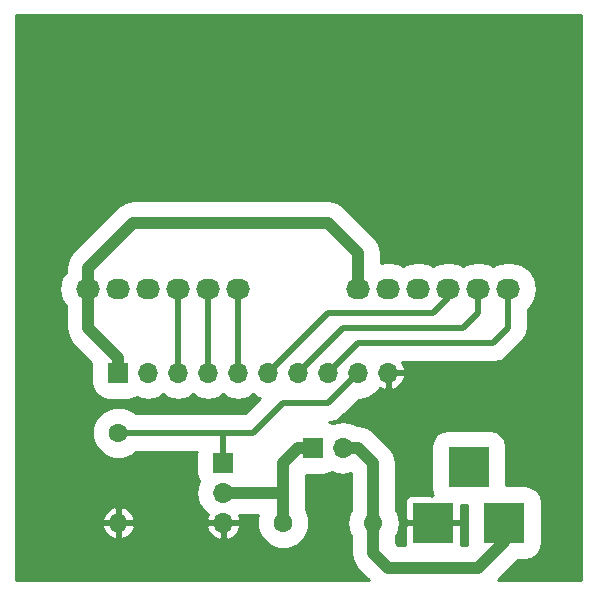
<source format=gbr>
G04 #@! TF.FileFunction,Copper,L2,Bot,Signal*
%FSLAX46Y46*%
G04 Gerber Fmt 4.6, Leading zero omitted, Abs format (unit mm)*
G04 Created by KiCad (PCBNEW 4.0.4-stable) date Tuesday, March 28, 2017 'PMt' 04:45:14 PM*
%MOMM*%
%LPD*%
G01*
G04 APERTURE LIST*
%ADD10C,0.100000*%
%ADD11C,1.600000*%
%ADD12O,1.600000X1.600000*%
%ADD13R,1.700000X1.700000*%
%ADD14O,1.700000X1.700000*%
%ADD15O,2.032000X1.727200*%
%ADD16R,3.500000X3.500000*%
%ADD17C,1.016000*%
%ADD18C,0.508000*%
%ADD19C,0.254000*%
G04 APERTURE END LIST*
D10*
D11*
X177800000Y-114300000D03*
D12*
X185420000Y-114300000D03*
D11*
X163830000Y-106680000D03*
D12*
X163830000Y-114300000D03*
D13*
X180340000Y-107950000D03*
D14*
X182880000Y-107950000D03*
D15*
X173990000Y-94488000D03*
X171450000Y-94488000D03*
X168910000Y-94488000D03*
X166370000Y-94488000D03*
X163830000Y-94488000D03*
X161290000Y-94488000D03*
X196850000Y-94488000D03*
X194310000Y-94488000D03*
X191770000Y-94488000D03*
X189230000Y-94488000D03*
X186690000Y-94488000D03*
X184150000Y-94488000D03*
D16*
X190500000Y-114300000D03*
X196500000Y-114300000D03*
X193500000Y-109600000D03*
D13*
X163830000Y-101600000D03*
D14*
X166370000Y-101600000D03*
X168910000Y-101600000D03*
X171450000Y-101600000D03*
X173990000Y-101600000D03*
X176530000Y-101600000D03*
X179070000Y-101600000D03*
X181610000Y-101600000D03*
X184150000Y-101600000D03*
X186690000Y-101600000D03*
D13*
X172720000Y-109220000D03*
D14*
X172720000Y-111760000D03*
X172720000Y-114300000D03*
D17*
X172720000Y-111760000D02*
X177800000Y-111760000D01*
X180340000Y-107950000D02*
X179070000Y-107950000D01*
X179070000Y-107950000D02*
X177800000Y-109220000D01*
X177800000Y-109220000D02*
X177800000Y-111760000D01*
X177800000Y-111760000D02*
X177800000Y-114300000D01*
X161290000Y-94488000D02*
X161290000Y-92710000D01*
X184150000Y-91440000D02*
X184150000Y-94488000D01*
X181610000Y-88900000D02*
X184150000Y-91440000D01*
X165100000Y-88900000D02*
X181610000Y-88900000D01*
X161290000Y-92710000D02*
X165100000Y-88900000D01*
X163830000Y-101600000D02*
X163830000Y-100330000D01*
X161290000Y-97790000D02*
X161290000Y-94488000D01*
X163830000Y-100330000D02*
X161290000Y-97790000D01*
D18*
X196850000Y-94488000D02*
X196850000Y-97790000D01*
X184150000Y-99060000D02*
X181610000Y-101600000D01*
X195580000Y-99060000D02*
X184150000Y-99060000D01*
X196850000Y-97790000D02*
X195580000Y-99060000D01*
X194310000Y-94488000D02*
X194310000Y-96520000D01*
X182880000Y-97790000D02*
X179070000Y-101600000D01*
X193040000Y-97790000D02*
X182880000Y-97790000D01*
X194310000Y-96520000D02*
X193040000Y-97790000D01*
X191770000Y-94488000D02*
X191770000Y-95250000D01*
X191770000Y-95250000D02*
X190500000Y-96520000D01*
X190500000Y-96520000D02*
X181610000Y-96520000D01*
X181610000Y-96520000D02*
X176530000Y-101600000D01*
X173990000Y-94488000D02*
X173990000Y-101600000D01*
X171450000Y-94488000D02*
X171450000Y-101600000D01*
X168910000Y-94488000D02*
X168910000Y-101600000D01*
D17*
X185420000Y-114300000D02*
X185420000Y-109220000D01*
X185420000Y-109220000D02*
X184150000Y-107950000D01*
X184150000Y-107950000D02*
X182880000Y-107950000D01*
D18*
X196500000Y-114300000D02*
X196500000Y-115920000D01*
D17*
X196500000Y-115920000D02*
X194310000Y-118110000D01*
X185420000Y-116840000D02*
X185420000Y-114300000D01*
X186690000Y-118110000D02*
X185420000Y-116840000D01*
X194310000Y-118110000D02*
X186690000Y-118110000D01*
D18*
X172720000Y-106680000D02*
X172720000Y-109220000D01*
X163830000Y-106680000D02*
X172720000Y-106680000D01*
X172720000Y-106680000D02*
X175260000Y-106680000D01*
X181610000Y-104140000D02*
X184150000Y-101600000D01*
X177800000Y-104140000D02*
X181610000Y-104140000D01*
X175260000Y-106680000D02*
X177800000Y-104140000D01*
X184150000Y-101600000D02*
X184150000Y-101600000D01*
D19*
G36*
X202998000Y-119178000D02*
X195936076Y-119178000D01*
X197639709Y-117474368D01*
X198250000Y-117474368D01*
X198767697Y-117376957D01*
X199243170Y-117070998D01*
X199562148Y-116604159D01*
X199674368Y-116050000D01*
X199674368Y-112550000D01*
X199576957Y-112032303D01*
X199270998Y-111556830D01*
X198804159Y-111237852D01*
X198250000Y-111125632D01*
X196674368Y-111125632D01*
X196674368Y-107850000D01*
X196576957Y-107332303D01*
X196270998Y-106856830D01*
X195804159Y-106537852D01*
X195250000Y-106425632D01*
X191750000Y-106425632D01*
X191232303Y-106523043D01*
X190756830Y-106829002D01*
X190437852Y-107295841D01*
X190325632Y-107850000D01*
X190325632Y-111350000D01*
X190423043Y-111867697D01*
X190453482Y-111915000D01*
X190372998Y-111915000D01*
X190372998Y-112073748D01*
X190214250Y-111915000D01*
X188623691Y-111915000D01*
X188390302Y-112011673D01*
X188211673Y-112190301D01*
X188115000Y-112423690D01*
X188115000Y-114014250D01*
X188273750Y-114173000D01*
X190373000Y-114173000D01*
X190373000Y-114153000D01*
X190627000Y-114153000D01*
X190627000Y-114173000D01*
X192726250Y-114173000D01*
X192885000Y-114014250D01*
X192885000Y-112774368D01*
X193325632Y-112774368D01*
X193325632Y-116050000D01*
X193354797Y-116205000D01*
X192873116Y-116205000D01*
X192885000Y-116176310D01*
X192885000Y-114585750D01*
X192726250Y-114427000D01*
X190627000Y-114427000D01*
X190627000Y-114447000D01*
X190373000Y-114447000D01*
X190373000Y-114427000D01*
X188273750Y-114427000D01*
X188115000Y-114585750D01*
X188115000Y-116176310D01*
X188126884Y-116205000D01*
X187479077Y-116205000D01*
X187325000Y-116050924D01*
X187325000Y-115391894D01*
X187492805Y-115140756D01*
X187660042Y-114300000D01*
X187492805Y-113459244D01*
X187325000Y-113208106D01*
X187325000Y-109220000D01*
X187179991Y-108490988D01*
X186989117Y-108205325D01*
X186767038Y-107872961D01*
X185497038Y-106602962D01*
X184879012Y-106190009D01*
X184150000Y-106045000D01*
X184061627Y-106045000D01*
X183739890Y-105830022D01*
X182880000Y-105658979D01*
X182020110Y-105830022D01*
X181911797Y-105902394D01*
X181744159Y-105787852D01*
X181685522Y-105775978D01*
X182241811Y-105665325D01*
X182777433Y-105307433D01*
X184204733Y-103880134D01*
X185009890Y-103719978D01*
X185738869Y-103232890D01*
X185967853Y-102890191D01*
X186333110Y-103041476D01*
X186563000Y-102920155D01*
X186563000Y-101727000D01*
X186817000Y-101727000D01*
X186817000Y-102920155D01*
X187046890Y-103041476D01*
X187456924Y-102871645D01*
X187885183Y-102481358D01*
X188131486Y-101956892D01*
X188010819Y-101727000D01*
X186817000Y-101727000D01*
X186563000Y-101727000D01*
X186543000Y-101727000D01*
X186543000Y-101473000D01*
X186563000Y-101473000D01*
X186563000Y-101453000D01*
X186817000Y-101453000D01*
X186817000Y-101473000D01*
X188010819Y-101473000D01*
X188131486Y-101243108D01*
X187885183Y-100718642D01*
X187876797Y-100711000D01*
X195580000Y-100711000D01*
X196211811Y-100585325D01*
X196747433Y-100227433D01*
X198017433Y-98957433D01*
X198375325Y-98421811D01*
X198425214Y-98171000D01*
X198501000Y-97790000D01*
X198501000Y-96184814D01*
X198648159Y-96086486D01*
X199138195Y-95353094D01*
X199310273Y-94488000D01*
X199138195Y-93622906D01*
X198648159Y-92889514D01*
X197914767Y-92399478D01*
X197049673Y-92227400D01*
X196650327Y-92227400D01*
X195785233Y-92399478D01*
X195580000Y-92536610D01*
X195374767Y-92399478D01*
X194509673Y-92227400D01*
X194110327Y-92227400D01*
X193245233Y-92399478D01*
X193040000Y-92536610D01*
X192834767Y-92399478D01*
X191969673Y-92227400D01*
X191570327Y-92227400D01*
X190705233Y-92399478D01*
X190500000Y-92536610D01*
X190294767Y-92399478D01*
X189429673Y-92227400D01*
X189030327Y-92227400D01*
X188165233Y-92399478D01*
X187960000Y-92536610D01*
X187754767Y-92399478D01*
X186889673Y-92227400D01*
X186490327Y-92227400D01*
X186055000Y-92313992D01*
X186055000Y-91440000D01*
X185909991Y-90710988D01*
X185909991Y-90710987D01*
X185497038Y-90092961D01*
X182957038Y-87552962D01*
X182339012Y-87140009D01*
X181610000Y-86995000D01*
X165100000Y-86995000D01*
X164370988Y-87140009D01*
X163752962Y-87552961D01*
X159942962Y-91362962D01*
X159530009Y-91980988D01*
X159385000Y-92710000D01*
X159385000Y-93049413D01*
X159001805Y-93622906D01*
X158829727Y-94488000D01*
X159001805Y-95353094D01*
X159385000Y-95926587D01*
X159385000Y-97790000D01*
X159530009Y-98519012D01*
X159942962Y-99137038D01*
X161555681Y-100749758D01*
X161555632Y-100750000D01*
X161555632Y-102450000D01*
X161653043Y-102967697D01*
X161959002Y-103443170D01*
X162425841Y-103762148D01*
X162980000Y-103874368D01*
X164680000Y-103874368D01*
X165197697Y-103776957D01*
X165400285Y-103646595D01*
X165510110Y-103719978D01*
X166370000Y-103891021D01*
X167229890Y-103719978D01*
X167640000Y-103445951D01*
X168050110Y-103719978D01*
X168910000Y-103891021D01*
X169769890Y-103719978D01*
X170180000Y-103445951D01*
X170590110Y-103719978D01*
X171450000Y-103891021D01*
X172309890Y-103719978D01*
X172720000Y-103445951D01*
X173130110Y-103719978D01*
X173990000Y-103891021D01*
X174849890Y-103719978D01*
X175260000Y-103445951D01*
X175670110Y-103719978D01*
X175849477Y-103755656D01*
X174576134Y-105029000D01*
X165286199Y-105029000D01*
X165076126Y-104818560D01*
X164268928Y-104483382D01*
X163394907Y-104482619D01*
X162587125Y-104816388D01*
X161968560Y-105433874D01*
X161633382Y-106241072D01*
X161632619Y-107115093D01*
X161966388Y-107922875D01*
X162583874Y-108541440D01*
X163391072Y-108876618D01*
X164265093Y-108877381D01*
X165072875Y-108543612D01*
X165285859Y-108331000D01*
X170453530Y-108331000D01*
X170445632Y-108370000D01*
X170445632Y-110070000D01*
X170543043Y-110587697D01*
X170673405Y-110790285D01*
X170600022Y-110900110D01*
X170428979Y-111760000D01*
X170600022Y-112619890D01*
X171087110Y-113348869D01*
X171429809Y-113577853D01*
X171278524Y-113943110D01*
X171399845Y-114173000D01*
X172593000Y-114173000D01*
X172593000Y-114153000D01*
X172847000Y-114153000D01*
X172847000Y-114173000D01*
X174040155Y-114173000D01*
X174161476Y-113943110D01*
X174046286Y-113665000D01*
X175684798Y-113665000D01*
X175603382Y-113861072D01*
X175602619Y-114735093D01*
X175936388Y-115542875D01*
X176553874Y-116161440D01*
X177361072Y-116496618D01*
X178235093Y-116497381D01*
X179042875Y-116163612D01*
X179661440Y-115546126D01*
X179996618Y-114738928D01*
X179997381Y-113864907D01*
X179705000Y-113157292D01*
X179705000Y-110224368D01*
X181190000Y-110224368D01*
X181707697Y-110126957D01*
X181910285Y-109996595D01*
X182020110Y-110069978D01*
X182880000Y-110241021D01*
X183515000Y-110114711D01*
X183515000Y-113208106D01*
X183347195Y-113459244D01*
X183179958Y-114300000D01*
X183347195Y-115140756D01*
X183515000Y-115391894D01*
X183515000Y-116840000D01*
X183621807Y-117376957D01*
X183660009Y-117569012D01*
X184072962Y-118187038D01*
X185063923Y-119178000D01*
X155142000Y-119178000D01*
X155142000Y-114649041D01*
X162438086Y-114649041D01*
X162677611Y-115155134D01*
X163092577Y-115531041D01*
X163480961Y-115691904D01*
X163703000Y-115569915D01*
X163703000Y-114427000D01*
X163957000Y-114427000D01*
X163957000Y-115569915D01*
X164179039Y-115691904D01*
X164567423Y-115531041D01*
X164982389Y-115155134D01*
X165218199Y-114656890D01*
X171278524Y-114656890D01*
X171448355Y-115066924D01*
X171838642Y-115495183D01*
X172363108Y-115741486D01*
X172593000Y-115620819D01*
X172593000Y-114427000D01*
X172847000Y-114427000D01*
X172847000Y-115620819D01*
X173076892Y-115741486D01*
X173601358Y-115495183D01*
X173991645Y-115066924D01*
X174161476Y-114656890D01*
X174040155Y-114427000D01*
X172847000Y-114427000D01*
X172593000Y-114427000D01*
X171399845Y-114427000D01*
X171278524Y-114656890D01*
X165218199Y-114656890D01*
X165221914Y-114649041D01*
X165100629Y-114427000D01*
X163957000Y-114427000D01*
X163703000Y-114427000D01*
X162559371Y-114427000D01*
X162438086Y-114649041D01*
X155142000Y-114649041D01*
X155142000Y-113950959D01*
X162438086Y-113950959D01*
X162559371Y-114173000D01*
X163703000Y-114173000D01*
X163703000Y-113030085D01*
X163957000Y-113030085D01*
X163957000Y-114173000D01*
X165100629Y-114173000D01*
X165221914Y-113950959D01*
X164982389Y-113444866D01*
X164567423Y-113068959D01*
X164179039Y-112908096D01*
X163957000Y-113030085D01*
X163703000Y-113030085D01*
X163480961Y-112908096D01*
X163092577Y-113068959D01*
X162677611Y-113444866D01*
X162438086Y-113950959D01*
X155142000Y-113950959D01*
X155142000Y-71322000D01*
X202998000Y-71322000D01*
X202998000Y-119178000D01*
X202998000Y-119178000D01*
G37*
X202998000Y-119178000D02*
X195936076Y-119178000D01*
X197639709Y-117474368D01*
X198250000Y-117474368D01*
X198767697Y-117376957D01*
X199243170Y-117070998D01*
X199562148Y-116604159D01*
X199674368Y-116050000D01*
X199674368Y-112550000D01*
X199576957Y-112032303D01*
X199270998Y-111556830D01*
X198804159Y-111237852D01*
X198250000Y-111125632D01*
X196674368Y-111125632D01*
X196674368Y-107850000D01*
X196576957Y-107332303D01*
X196270998Y-106856830D01*
X195804159Y-106537852D01*
X195250000Y-106425632D01*
X191750000Y-106425632D01*
X191232303Y-106523043D01*
X190756830Y-106829002D01*
X190437852Y-107295841D01*
X190325632Y-107850000D01*
X190325632Y-111350000D01*
X190423043Y-111867697D01*
X190453482Y-111915000D01*
X190372998Y-111915000D01*
X190372998Y-112073748D01*
X190214250Y-111915000D01*
X188623691Y-111915000D01*
X188390302Y-112011673D01*
X188211673Y-112190301D01*
X188115000Y-112423690D01*
X188115000Y-114014250D01*
X188273750Y-114173000D01*
X190373000Y-114173000D01*
X190373000Y-114153000D01*
X190627000Y-114153000D01*
X190627000Y-114173000D01*
X192726250Y-114173000D01*
X192885000Y-114014250D01*
X192885000Y-112774368D01*
X193325632Y-112774368D01*
X193325632Y-116050000D01*
X193354797Y-116205000D01*
X192873116Y-116205000D01*
X192885000Y-116176310D01*
X192885000Y-114585750D01*
X192726250Y-114427000D01*
X190627000Y-114427000D01*
X190627000Y-114447000D01*
X190373000Y-114447000D01*
X190373000Y-114427000D01*
X188273750Y-114427000D01*
X188115000Y-114585750D01*
X188115000Y-116176310D01*
X188126884Y-116205000D01*
X187479077Y-116205000D01*
X187325000Y-116050924D01*
X187325000Y-115391894D01*
X187492805Y-115140756D01*
X187660042Y-114300000D01*
X187492805Y-113459244D01*
X187325000Y-113208106D01*
X187325000Y-109220000D01*
X187179991Y-108490988D01*
X186989117Y-108205325D01*
X186767038Y-107872961D01*
X185497038Y-106602962D01*
X184879012Y-106190009D01*
X184150000Y-106045000D01*
X184061627Y-106045000D01*
X183739890Y-105830022D01*
X182880000Y-105658979D01*
X182020110Y-105830022D01*
X181911797Y-105902394D01*
X181744159Y-105787852D01*
X181685522Y-105775978D01*
X182241811Y-105665325D01*
X182777433Y-105307433D01*
X184204733Y-103880134D01*
X185009890Y-103719978D01*
X185738869Y-103232890D01*
X185967853Y-102890191D01*
X186333110Y-103041476D01*
X186563000Y-102920155D01*
X186563000Y-101727000D01*
X186817000Y-101727000D01*
X186817000Y-102920155D01*
X187046890Y-103041476D01*
X187456924Y-102871645D01*
X187885183Y-102481358D01*
X188131486Y-101956892D01*
X188010819Y-101727000D01*
X186817000Y-101727000D01*
X186563000Y-101727000D01*
X186543000Y-101727000D01*
X186543000Y-101473000D01*
X186563000Y-101473000D01*
X186563000Y-101453000D01*
X186817000Y-101453000D01*
X186817000Y-101473000D01*
X188010819Y-101473000D01*
X188131486Y-101243108D01*
X187885183Y-100718642D01*
X187876797Y-100711000D01*
X195580000Y-100711000D01*
X196211811Y-100585325D01*
X196747433Y-100227433D01*
X198017433Y-98957433D01*
X198375325Y-98421811D01*
X198425214Y-98171000D01*
X198501000Y-97790000D01*
X198501000Y-96184814D01*
X198648159Y-96086486D01*
X199138195Y-95353094D01*
X199310273Y-94488000D01*
X199138195Y-93622906D01*
X198648159Y-92889514D01*
X197914767Y-92399478D01*
X197049673Y-92227400D01*
X196650327Y-92227400D01*
X195785233Y-92399478D01*
X195580000Y-92536610D01*
X195374767Y-92399478D01*
X194509673Y-92227400D01*
X194110327Y-92227400D01*
X193245233Y-92399478D01*
X193040000Y-92536610D01*
X192834767Y-92399478D01*
X191969673Y-92227400D01*
X191570327Y-92227400D01*
X190705233Y-92399478D01*
X190500000Y-92536610D01*
X190294767Y-92399478D01*
X189429673Y-92227400D01*
X189030327Y-92227400D01*
X188165233Y-92399478D01*
X187960000Y-92536610D01*
X187754767Y-92399478D01*
X186889673Y-92227400D01*
X186490327Y-92227400D01*
X186055000Y-92313992D01*
X186055000Y-91440000D01*
X185909991Y-90710988D01*
X185909991Y-90710987D01*
X185497038Y-90092961D01*
X182957038Y-87552962D01*
X182339012Y-87140009D01*
X181610000Y-86995000D01*
X165100000Y-86995000D01*
X164370988Y-87140009D01*
X163752962Y-87552961D01*
X159942962Y-91362962D01*
X159530009Y-91980988D01*
X159385000Y-92710000D01*
X159385000Y-93049413D01*
X159001805Y-93622906D01*
X158829727Y-94488000D01*
X159001805Y-95353094D01*
X159385000Y-95926587D01*
X159385000Y-97790000D01*
X159530009Y-98519012D01*
X159942962Y-99137038D01*
X161555681Y-100749758D01*
X161555632Y-100750000D01*
X161555632Y-102450000D01*
X161653043Y-102967697D01*
X161959002Y-103443170D01*
X162425841Y-103762148D01*
X162980000Y-103874368D01*
X164680000Y-103874368D01*
X165197697Y-103776957D01*
X165400285Y-103646595D01*
X165510110Y-103719978D01*
X166370000Y-103891021D01*
X167229890Y-103719978D01*
X167640000Y-103445951D01*
X168050110Y-103719978D01*
X168910000Y-103891021D01*
X169769890Y-103719978D01*
X170180000Y-103445951D01*
X170590110Y-103719978D01*
X171450000Y-103891021D01*
X172309890Y-103719978D01*
X172720000Y-103445951D01*
X173130110Y-103719978D01*
X173990000Y-103891021D01*
X174849890Y-103719978D01*
X175260000Y-103445951D01*
X175670110Y-103719978D01*
X175849477Y-103755656D01*
X174576134Y-105029000D01*
X165286199Y-105029000D01*
X165076126Y-104818560D01*
X164268928Y-104483382D01*
X163394907Y-104482619D01*
X162587125Y-104816388D01*
X161968560Y-105433874D01*
X161633382Y-106241072D01*
X161632619Y-107115093D01*
X161966388Y-107922875D01*
X162583874Y-108541440D01*
X163391072Y-108876618D01*
X164265093Y-108877381D01*
X165072875Y-108543612D01*
X165285859Y-108331000D01*
X170453530Y-108331000D01*
X170445632Y-108370000D01*
X170445632Y-110070000D01*
X170543043Y-110587697D01*
X170673405Y-110790285D01*
X170600022Y-110900110D01*
X170428979Y-111760000D01*
X170600022Y-112619890D01*
X171087110Y-113348869D01*
X171429809Y-113577853D01*
X171278524Y-113943110D01*
X171399845Y-114173000D01*
X172593000Y-114173000D01*
X172593000Y-114153000D01*
X172847000Y-114153000D01*
X172847000Y-114173000D01*
X174040155Y-114173000D01*
X174161476Y-113943110D01*
X174046286Y-113665000D01*
X175684798Y-113665000D01*
X175603382Y-113861072D01*
X175602619Y-114735093D01*
X175936388Y-115542875D01*
X176553874Y-116161440D01*
X177361072Y-116496618D01*
X178235093Y-116497381D01*
X179042875Y-116163612D01*
X179661440Y-115546126D01*
X179996618Y-114738928D01*
X179997381Y-113864907D01*
X179705000Y-113157292D01*
X179705000Y-110224368D01*
X181190000Y-110224368D01*
X181707697Y-110126957D01*
X181910285Y-109996595D01*
X182020110Y-110069978D01*
X182880000Y-110241021D01*
X183515000Y-110114711D01*
X183515000Y-113208106D01*
X183347195Y-113459244D01*
X183179958Y-114300000D01*
X183347195Y-115140756D01*
X183515000Y-115391894D01*
X183515000Y-116840000D01*
X183621807Y-117376957D01*
X183660009Y-117569012D01*
X184072962Y-118187038D01*
X185063923Y-119178000D01*
X155142000Y-119178000D01*
X155142000Y-114649041D01*
X162438086Y-114649041D01*
X162677611Y-115155134D01*
X163092577Y-115531041D01*
X163480961Y-115691904D01*
X163703000Y-115569915D01*
X163703000Y-114427000D01*
X163957000Y-114427000D01*
X163957000Y-115569915D01*
X164179039Y-115691904D01*
X164567423Y-115531041D01*
X164982389Y-115155134D01*
X165218199Y-114656890D01*
X171278524Y-114656890D01*
X171448355Y-115066924D01*
X171838642Y-115495183D01*
X172363108Y-115741486D01*
X172593000Y-115620819D01*
X172593000Y-114427000D01*
X172847000Y-114427000D01*
X172847000Y-115620819D01*
X173076892Y-115741486D01*
X173601358Y-115495183D01*
X173991645Y-115066924D01*
X174161476Y-114656890D01*
X174040155Y-114427000D01*
X172847000Y-114427000D01*
X172593000Y-114427000D01*
X171399845Y-114427000D01*
X171278524Y-114656890D01*
X165218199Y-114656890D01*
X165221914Y-114649041D01*
X165100629Y-114427000D01*
X163957000Y-114427000D01*
X163703000Y-114427000D01*
X162559371Y-114427000D01*
X162438086Y-114649041D01*
X155142000Y-114649041D01*
X155142000Y-113950959D01*
X162438086Y-113950959D01*
X162559371Y-114173000D01*
X163703000Y-114173000D01*
X163703000Y-113030085D01*
X163957000Y-113030085D01*
X163957000Y-114173000D01*
X165100629Y-114173000D01*
X165221914Y-113950959D01*
X164982389Y-113444866D01*
X164567423Y-113068959D01*
X164179039Y-112908096D01*
X163957000Y-113030085D01*
X163703000Y-113030085D01*
X163480961Y-112908096D01*
X163092577Y-113068959D01*
X162677611Y-113444866D01*
X162438086Y-113950959D01*
X155142000Y-113950959D01*
X155142000Y-71322000D01*
X202998000Y-71322000D01*
X202998000Y-119178000D01*
M02*

</source>
